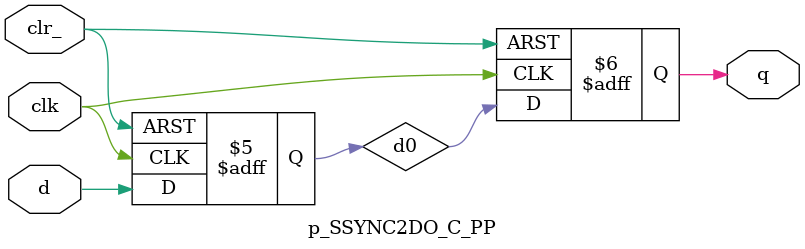
<source format=v>
module p_SSYNC2DO_C_PP(clk, d, clr_, q);
  (* src = "./vmod/vlibs/p_SSYNC2DO_C_PP.v:17" *)
  input clk;
  (* src = "./vmod/vlibs/p_SSYNC2DO_C_PP.v:19" *)
  input clr_;
  (* src = "./vmod/vlibs/p_SSYNC2DO_C_PP.v:18" *)
  input d;
  (* src = "./vmod/vlibs/p_SSYNC2DO_C_PP.v:21" *)
  reg d0;
  (* src = "./vmod/vlibs/p_SSYNC2DO_C_PP.v:20" *)
  output q;
  reg q;
  always @(posedge clk or negedge clr_)
    if (!clr_)
      q <= 1'b0;
    else
      q <= d0;
  always @(posedge clk or negedge clr_)
    if (!clr_)
      d0 <= 1'b0;
    else
      d0 <= d;
endmodule

</source>
